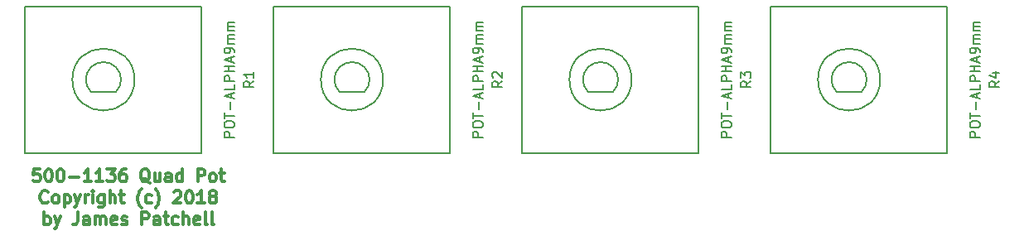
<source format=gbr>
G04 #@! TF.GenerationSoftware,KiCad,Pcbnew,(5.0.1)-3*
G04 #@! TF.CreationDate,2018-11-05T22:32:35-08:00*
G04 #@! TF.ProjectId,500-1136,3530302D313133362E6B696361645F70,rev?*
G04 #@! TF.SameCoordinates,Original*
G04 #@! TF.FileFunction,Legend,Top*
G04 #@! TF.FilePolarity,Positive*
%FSLAX46Y46*%
G04 Gerber Fmt 4.6, Leading zero omitted, Abs format (unit mm)*
G04 Created by KiCad (PCBNEW (5.0.1)-3) date 11/5/2018 10:32:35 PM*
%MOMM*%
%LPD*%
G01*
G04 APERTURE LIST*
%ADD10C,0.300000*%
%ADD11C,0.150000*%
G04 APERTURE END LIST*
D10*
X120498809Y-136799523D02*
X119894047Y-136799523D01*
X119833571Y-137404285D01*
X119894047Y-137343809D01*
X120014999Y-137283333D01*
X120317380Y-137283333D01*
X120438333Y-137343809D01*
X120498809Y-137404285D01*
X120559285Y-137525238D01*
X120559285Y-137827619D01*
X120498809Y-137948571D01*
X120438333Y-138009047D01*
X120317380Y-138069523D01*
X120014999Y-138069523D01*
X119894047Y-138009047D01*
X119833571Y-137948571D01*
X121345476Y-136799523D02*
X121466428Y-136799523D01*
X121587380Y-136860000D01*
X121647857Y-136920476D01*
X121708333Y-137041428D01*
X121768809Y-137283333D01*
X121768809Y-137585714D01*
X121708333Y-137827619D01*
X121647857Y-137948571D01*
X121587380Y-138009047D01*
X121466428Y-138069523D01*
X121345476Y-138069523D01*
X121224523Y-138009047D01*
X121164047Y-137948571D01*
X121103571Y-137827619D01*
X121043095Y-137585714D01*
X121043095Y-137283333D01*
X121103571Y-137041428D01*
X121164047Y-136920476D01*
X121224523Y-136860000D01*
X121345476Y-136799523D01*
X122554999Y-136799523D02*
X122675952Y-136799523D01*
X122796904Y-136860000D01*
X122857380Y-136920476D01*
X122917857Y-137041428D01*
X122978333Y-137283333D01*
X122978333Y-137585714D01*
X122917857Y-137827619D01*
X122857380Y-137948571D01*
X122796904Y-138009047D01*
X122675952Y-138069523D01*
X122554999Y-138069523D01*
X122434047Y-138009047D01*
X122373571Y-137948571D01*
X122313095Y-137827619D01*
X122252619Y-137585714D01*
X122252619Y-137283333D01*
X122313095Y-137041428D01*
X122373571Y-136920476D01*
X122434047Y-136860000D01*
X122554999Y-136799523D01*
X123522619Y-137585714D02*
X124490238Y-137585714D01*
X125760238Y-138069523D02*
X125034523Y-138069523D01*
X125397380Y-138069523D02*
X125397380Y-136799523D01*
X125276428Y-136980952D01*
X125155476Y-137101904D01*
X125034523Y-137162380D01*
X126969761Y-138069523D02*
X126244047Y-138069523D01*
X126606904Y-138069523D02*
X126606904Y-136799523D01*
X126485952Y-136980952D01*
X126364999Y-137101904D01*
X126244047Y-137162380D01*
X127393095Y-136799523D02*
X128179285Y-136799523D01*
X127755952Y-137283333D01*
X127937380Y-137283333D01*
X128058333Y-137343809D01*
X128118809Y-137404285D01*
X128179285Y-137525238D01*
X128179285Y-137827619D01*
X128118809Y-137948571D01*
X128058333Y-138009047D01*
X127937380Y-138069523D01*
X127574523Y-138069523D01*
X127453571Y-138009047D01*
X127393095Y-137948571D01*
X129267857Y-136799523D02*
X129025952Y-136799523D01*
X128904999Y-136860000D01*
X128844523Y-136920476D01*
X128723571Y-137101904D01*
X128663095Y-137343809D01*
X128663095Y-137827619D01*
X128723571Y-137948571D01*
X128784047Y-138009047D01*
X128904999Y-138069523D01*
X129146904Y-138069523D01*
X129267857Y-138009047D01*
X129328333Y-137948571D01*
X129388809Y-137827619D01*
X129388809Y-137525238D01*
X129328333Y-137404285D01*
X129267857Y-137343809D01*
X129146904Y-137283333D01*
X128904999Y-137283333D01*
X128784047Y-137343809D01*
X128723571Y-137404285D01*
X128663095Y-137525238D01*
X131747380Y-138190476D02*
X131626428Y-138130000D01*
X131505476Y-138009047D01*
X131324047Y-137827619D01*
X131203095Y-137767142D01*
X131082142Y-137767142D01*
X131142619Y-138069523D02*
X131021666Y-138009047D01*
X130900714Y-137888095D01*
X130840238Y-137646190D01*
X130840238Y-137222857D01*
X130900714Y-136980952D01*
X131021666Y-136860000D01*
X131142619Y-136799523D01*
X131384523Y-136799523D01*
X131505476Y-136860000D01*
X131626428Y-136980952D01*
X131686904Y-137222857D01*
X131686904Y-137646190D01*
X131626428Y-137888095D01*
X131505476Y-138009047D01*
X131384523Y-138069523D01*
X131142619Y-138069523D01*
X132775476Y-137222857D02*
X132775476Y-138069523D01*
X132231190Y-137222857D02*
X132231190Y-137888095D01*
X132291666Y-138009047D01*
X132412619Y-138069523D01*
X132594047Y-138069523D01*
X132714999Y-138009047D01*
X132775476Y-137948571D01*
X133924523Y-138069523D02*
X133924523Y-137404285D01*
X133864047Y-137283333D01*
X133743095Y-137222857D01*
X133501190Y-137222857D01*
X133380238Y-137283333D01*
X133924523Y-138009047D02*
X133803571Y-138069523D01*
X133501190Y-138069523D01*
X133380238Y-138009047D01*
X133319761Y-137888095D01*
X133319761Y-137767142D01*
X133380238Y-137646190D01*
X133501190Y-137585714D01*
X133803571Y-137585714D01*
X133924523Y-137525238D01*
X135073571Y-138069523D02*
X135073571Y-136799523D01*
X135073571Y-138009047D02*
X134952619Y-138069523D01*
X134710714Y-138069523D01*
X134589761Y-138009047D01*
X134529285Y-137948571D01*
X134468809Y-137827619D01*
X134468809Y-137464761D01*
X134529285Y-137343809D01*
X134589761Y-137283333D01*
X134710714Y-137222857D01*
X134952619Y-137222857D01*
X135073571Y-137283333D01*
X136645952Y-138069523D02*
X136645952Y-136799523D01*
X137129761Y-136799523D01*
X137250714Y-136860000D01*
X137311190Y-136920476D01*
X137371666Y-137041428D01*
X137371666Y-137222857D01*
X137311190Y-137343809D01*
X137250714Y-137404285D01*
X137129761Y-137464761D01*
X136645952Y-137464761D01*
X138097380Y-138069523D02*
X137976428Y-138009047D01*
X137915952Y-137948571D01*
X137855476Y-137827619D01*
X137855476Y-137464761D01*
X137915952Y-137343809D01*
X137976428Y-137283333D01*
X138097380Y-137222857D01*
X138278809Y-137222857D01*
X138399761Y-137283333D01*
X138460238Y-137343809D01*
X138520714Y-137464761D01*
X138520714Y-137827619D01*
X138460238Y-137948571D01*
X138399761Y-138009047D01*
X138278809Y-138069523D01*
X138097380Y-138069523D01*
X138883571Y-137222857D02*
X139367380Y-137222857D01*
X139065000Y-136799523D02*
X139065000Y-137888095D01*
X139125476Y-138009047D01*
X139246428Y-138069523D01*
X139367380Y-138069523D01*
X121315238Y-140153571D02*
X121254761Y-140214047D01*
X121073333Y-140274523D01*
X120952380Y-140274523D01*
X120770952Y-140214047D01*
X120650000Y-140093095D01*
X120589523Y-139972142D01*
X120529047Y-139730238D01*
X120529047Y-139548809D01*
X120589523Y-139306904D01*
X120650000Y-139185952D01*
X120770952Y-139065000D01*
X120952380Y-139004523D01*
X121073333Y-139004523D01*
X121254761Y-139065000D01*
X121315238Y-139125476D01*
X122040952Y-140274523D02*
X121920000Y-140214047D01*
X121859523Y-140153571D01*
X121799047Y-140032619D01*
X121799047Y-139669761D01*
X121859523Y-139548809D01*
X121920000Y-139488333D01*
X122040952Y-139427857D01*
X122222380Y-139427857D01*
X122343333Y-139488333D01*
X122403809Y-139548809D01*
X122464285Y-139669761D01*
X122464285Y-140032619D01*
X122403809Y-140153571D01*
X122343333Y-140214047D01*
X122222380Y-140274523D01*
X122040952Y-140274523D01*
X123008571Y-139427857D02*
X123008571Y-140697857D01*
X123008571Y-139488333D02*
X123129523Y-139427857D01*
X123371428Y-139427857D01*
X123492380Y-139488333D01*
X123552857Y-139548809D01*
X123613333Y-139669761D01*
X123613333Y-140032619D01*
X123552857Y-140153571D01*
X123492380Y-140214047D01*
X123371428Y-140274523D01*
X123129523Y-140274523D01*
X123008571Y-140214047D01*
X124036666Y-139427857D02*
X124339047Y-140274523D01*
X124641428Y-139427857D02*
X124339047Y-140274523D01*
X124218095Y-140576904D01*
X124157619Y-140637380D01*
X124036666Y-140697857D01*
X125125238Y-140274523D02*
X125125238Y-139427857D01*
X125125238Y-139669761D02*
X125185714Y-139548809D01*
X125246190Y-139488333D01*
X125367142Y-139427857D01*
X125488095Y-139427857D01*
X125911428Y-140274523D02*
X125911428Y-139427857D01*
X125911428Y-139004523D02*
X125850952Y-139065000D01*
X125911428Y-139125476D01*
X125971904Y-139065000D01*
X125911428Y-139004523D01*
X125911428Y-139125476D01*
X127060476Y-139427857D02*
X127060476Y-140455952D01*
X127000000Y-140576904D01*
X126939523Y-140637380D01*
X126818571Y-140697857D01*
X126637142Y-140697857D01*
X126516190Y-140637380D01*
X127060476Y-140214047D02*
X126939523Y-140274523D01*
X126697619Y-140274523D01*
X126576666Y-140214047D01*
X126516190Y-140153571D01*
X126455714Y-140032619D01*
X126455714Y-139669761D01*
X126516190Y-139548809D01*
X126576666Y-139488333D01*
X126697619Y-139427857D01*
X126939523Y-139427857D01*
X127060476Y-139488333D01*
X127665238Y-140274523D02*
X127665238Y-139004523D01*
X128209523Y-140274523D02*
X128209523Y-139609285D01*
X128149047Y-139488333D01*
X128028095Y-139427857D01*
X127846666Y-139427857D01*
X127725714Y-139488333D01*
X127665238Y-139548809D01*
X128632857Y-139427857D02*
X129116666Y-139427857D01*
X128814285Y-139004523D02*
X128814285Y-140093095D01*
X128874761Y-140214047D01*
X128995714Y-140274523D01*
X129116666Y-140274523D01*
X130870476Y-140758333D02*
X130810000Y-140697857D01*
X130689047Y-140516428D01*
X130628571Y-140395476D01*
X130568095Y-140214047D01*
X130507619Y-139911666D01*
X130507619Y-139669761D01*
X130568095Y-139367380D01*
X130628571Y-139185952D01*
X130689047Y-139065000D01*
X130810000Y-138883571D01*
X130870476Y-138823095D01*
X131898571Y-140214047D02*
X131777619Y-140274523D01*
X131535714Y-140274523D01*
X131414761Y-140214047D01*
X131354285Y-140153571D01*
X131293809Y-140032619D01*
X131293809Y-139669761D01*
X131354285Y-139548809D01*
X131414761Y-139488333D01*
X131535714Y-139427857D01*
X131777619Y-139427857D01*
X131898571Y-139488333D01*
X132321904Y-140758333D02*
X132382380Y-140697857D01*
X132503333Y-140516428D01*
X132563809Y-140395476D01*
X132624285Y-140214047D01*
X132684761Y-139911666D01*
X132684761Y-139669761D01*
X132624285Y-139367380D01*
X132563809Y-139185952D01*
X132503333Y-139065000D01*
X132382380Y-138883571D01*
X132321904Y-138823095D01*
X134196666Y-139125476D02*
X134257142Y-139065000D01*
X134378095Y-139004523D01*
X134680476Y-139004523D01*
X134801428Y-139065000D01*
X134861904Y-139125476D01*
X134922380Y-139246428D01*
X134922380Y-139367380D01*
X134861904Y-139548809D01*
X134136190Y-140274523D01*
X134922380Y-140274523D01*
X135708571Y-139004523D02*
X135829523Y-139004523D01*
X135950476Y-139065000D01*
X136010952Y-139125476D01*
X136071428Y-139246428D01*
X136131904Y-139488333D01*
X136131904Y-139790714D01*
X136071428Y-140032619D01*
X136010952Y-140153571D01*
X135950476Y-140214047D01*
X135829523Y-140274523D01*
X135708571Y-140274523D01*
X135587619Y-140214047D01*
X135527142Y-140153571D01*
X135466666Y-140032619D01*
X135406190Y-139790714D01*
X135406190Y-139488333D01*
X135466666Y-139246428D01*
X135527142Y-139125476D01*
X135587619Y-139065000D01*
X135708571Y-139004523D01*
X137341428Y-140274523D02*
X136615714Y-140274523D01*
X136978571Y-140274523D02*
X136978571Y-139004523D01*
X136857619Y-139185952D01*
X136736666Y-139306904D01*
X136615714Y-139367380D01*
X138067142Y-139548809D02*
X137946190Y-139488333D01*
X137885714Y-139427857D01*
X137825238Y-139306904D01*
X137825238Y-139246428D01*
X137885714Y-139125476D01*
X137946190Y-139065000D01*
X138067142Y-139004523D01*
X138309047Y-139004523D01*
X138430000Y-139065000D01*
X138490476Y-139125476D01*
X138550952Y-139246428D01*
X138550952Y-139306904D01*
X138490476Y-139427857D01*
X138430000Y-139488333D01*
X138309047Y-139548809D01*
X138067142Y-139548809D01*
X137946190Y-139609285D01*
X137885714Y-139669761D01*
X137825238Y-139790714D01*
X137825238Y-140032619D01*
X137885714Y-140153571D01*
X137946190Y-140214047D01*
X138067142Y-140274523D01*
X138309047Y-140274523D01*
X138430000Y-140214047D01*
X138490476Y-140153571D01*
X138550952Y-140032619D01*
X138550952Y-139790714D01*
X138490476Y-139669761D01*
X138430000Y-139609285D01*
X138309047Y-139548809D01*
X120952380Y-142479523D02*
X120952380Y-141209523D01*
X120952380Y-141693333D02*
X121073333Y-141632857D01*
X121315238Y-141632857D01*
X121436190Y-141693333D01*
X121496666Y-141753809D01*
X121557142Y-141874761D01*
X121557142Y-142237619D01*
X121496666Y-142358571D01*
X121436190Y-142419047D01*
X121315238Y-142479523D01*
X121073333Y-142479523D01*
X120952380Y-142419047D01*
X121980476Y-141632857D02*
X122282857Y-142479523D01*
X122585238Y-141632857D02*
X122282857Y-142479523D01*
X122161904Y-142781904D01*
X122101428Y-142842380D01*
X121980476Y-142902857D01*
X124399523Y-141209523D02*
X124399523Y-142116666D01*
X124339047Y-142298095D01*
X124218095Y-142419047D01*
X124036666Y-142479523D01*
X123915714Y-142479523D01*
X125548571Y-142479523D02*
X125548571Y-141814285D01*
X125488095Y-141693333D01*
X125367142Y-141632857D01*
X125125238Y-141632857D01*
X125004285Y-141693333D01*
X125548571Y-142419047D02*
X125427619Y-142479523D01*
X125125238Y-142479523D01*
X125004285Y-142419047D01*
X124943809Y-142298095D01*
X124943809Y-142177142D01*
X125004285Y-142056190D01*
X125125238Y-141995714D01*
X125427619Y-141995714D01*
X125548571Y-141935238D01*
X126153333Y-142479523D02*
X126153333Y-141632857D01*
X126153333Y-141753809D02*
X126213809Y-141693333D01*
X126334761Y-141632857D01*
X126516190Y-141632857D01*
X126637142Y-141693333D01*
X126697619Y-141814285D01*
X126697619Y-142479523D01*
X126697619Y-141814285D02*
X126758095Y-141693333D01*
X126879047Y-141632857D01*
X127060476Y-141632857D01*
X127181428Y-141693333D01*
X127241904Y-141814285D01*
X127241904Y-142479523D01*
X128330476Y-142419047D02*
X128209523Y-142479523D01*
X127967619Y-142479523D01*
X127846666Y-142419047D01*
X127786190Y-142298095D01*
X127786190Y-141814285D01*
X127846666Y-141693333D01*
X127967619Y-141632857D01*
X128209523Y-141632857D01*
X128330476Y-141693333D01*
X128390952Y-141814285D01*
X128390952Y-141935238D01*
X127786190Y-142056190D01*
X128874761Y-142419047D02*
X128995714Y-142479523D01*
X129237619Y-142479523D01*
X129358571Y-142419047D01*
X129419047Y-142298095D01*
X129419047Y-142237619D01*
X129358571Y-142116666D01*
X129237619Y-142056190D01*
X129056190Y-142056190D01*
X128935238Y-141995714D01*
X128874761Y-141874761D01*
X128874761Y-141814285D01*
X128935238Y-141693333D01*
X129056190Y-141632857D01*
X129237619Y-141632857D01*
X129358571Y-141693333D01*
X130930952Y-142479523D02*
X130930952Y-141209523D01*
X131414761Y-141209523D01*
X131535714Y-141270000D01*
X131596190Y-141330476D01*
X131656666Y-141451428D01*
X131656666Y-141632857D01*
X131596190Y-141753809D01*
X131535714Y-141814285D01*
X131414761Y-141874761D01*
X130930952Y-141874761D01*
X132745238Y-142479523D02*
X132745238Y-141814285D01*
X132684761Y-141693333D01*
X132563809Y-141632857D01*
X132321904Y-141632857D01*
X132200952Y-141693333D01*
X132745238Y-142419047D02*
X132624285Y-142479523D01*
X132321904Y-142479523D01*
X132200952Y-142419047D01*
X132140476Y-142298095D01*
X132140476Y-142177142D01*
X132200952Y-142056190D01*
X132321904Y-141995714D01*
X132624285Y-141995714D01*
X132745238Y-141935238D01*
X133168571Y-141632857D02*
X133652380Y-141632857D01*
X133350000Y-141209523D02*
X133350000Y-142298095D01*
X133410476Y-142419047D01*
X133531428Y-142479523D01*
X133652380Y-142479523D01*
X134620000Y-142419047D02*
X134499047Y-142479523D01*
X134257142Y-142479523D01*
X134136190Y-142419047D01*
X134075714Y-142358571D01*
X134015238Y-142237619D01*
X134015238Y-141874761D01*
X134075714Y-141753809D01*
X134136190Y-141693333D01*
X134257142Y-141632857D01*
X134499047Y-141632857D01*
X134620000Y-141693333D01*
X135164285Y-142479523D02*
X135164285Y-141209523D01*
X135708571Y-142479523D02*
X135708571Y-141814285D01*
X135648095Y-141693333D01*
X135527142Y-141632857D01*
X135345714Y-141632857D01*
X135224761Y-141693333D01*
X135164285Y-141753809D01*
X136797142Y-142419047D02*
X136676190Y-142479523D01*
X136434285Y-142479523D01*
X136313333Y-142419047D01*
X136252857Y-142298095D01*
X136252857Y-141814285D01*
X136313333Y-141693333D01*
X136434285Y-141632857D01*
X136676190Y-141632857D01*
X136797142Y-141693333D01*
X136857619Y-141814285D01*
X136857619Y-141935238D01*
X136252857Y-142056190D01*
X137583333Y-142479523D02*
X137462380Y-142419047D01*
X137401904Y-142298095D01*
X137401904Y-141209523D01*
X138248571Y-142479523D02*
X138127619Y-142419047D01*
X138067142Y-142298095D01*
X138067142Y-141209523D01*
D11*
G04 #@! TO.C,R1*
X128270000Y-128905000D02*
G75*
G03X128270000Y-126365000I-1270000J1270000D01*
G01*
X128270000Y-126365000D02*
G75*
G03X125730000Y-126365000I-1270000J-1270000D01*
G01*
X125730000Y-126365000D02*
G75*
G03X125730000Y-128905000I1270000J-1270000D01*
G01*
X125730000Y-128905000D02*
X128270000Y-128905000D01*
X130175000Y-127635000D02*
G75*
G03X130175000Y-127635000I-3175000J0D01*
G01*
X137000000Y-135135000D02*
X137000000Y-120135000D01*
X137000000Y-120135000D02*
X119000000Y-120135000D01*
X119000000Y-120135000D02*
X119000000Y-135135000D01*
X119000000Y-135135000D02*
X137000000Y-135135000D01*
G04 #@! TO.C,R2*
X144400000Y-135135000D02*
X162400000Y-135135000D01*
X144400000Y-120135000D02*
X144400000Y-135135000D01*
X162400000Y-120135000D02*
X144400000Y-120135000D01*
X162400000Y-135135000D02*
X162400000Y-120135000D01*
X155575000Y-127635000D02*
G75*
G03X155575000Y-127635000I-3175000J0D01*
G01*
X151130000Y-128905000D02*
X153670000Y-128905000D01*
X151130000Y-126365000D02*
G75*
G03X151130000Y-128905000I1270000J-1270000D01*
G01*
X153670000Y-126365000D02*
G75*
G03X151130000Y-126365000I-1270000J-1270000D01*
G01*
X153670000Y-128905000D02*
G75*
G03X153670000Y-126365000I-1270000J1270000D01*
G01*
G04 #@! TO.C,R3*
X179070000Y-128905000D02*
G75*
G03X179070000Y-126365000I-1270000J1270000D01*
G01*
X179070000Y-126365000D02*
G75*
G03X176530000Y-126365000I-1270000J-1270000D01*
G01*
X176530000Y-126365000D02*
G75*
G03X176530000Y-128905000I1270000J-1270000D01*
G01*
X176530000Y-128905000D02*
X179070000Y-128905000D01*
X180975000Y-127635000D02*
G75*
G03X180975000Y-127635000I-3175000J0D01*
G01*
X187800000Y-135135000D02*
X187800000Y-120135000D01*
X187800000Y-120135000D02*
X169800000Y-120135000D01*
X169800000Y-120135000D02*
X169800000Y-135135000D01*
X169800000Y-135135000D02*
X187800000Y-135135000D01*
G04 #@! TO.C,R4*
X195200000Y-135135000D02*
X213200000Y-135135000D01*
X195200000Y-120135000D02*
X195200000Y-135135000D01*
X213200000Y-120135000D02*
X195200000Y-120135000D01*
X213200000Y-135135000D02*
X213200000Y-120135000D01*
X206375000Y-127635000D02*
G75*
G03X206375000Y-127635000I-3175000J0D01*
G01*
X201930000Y-128905000D02*
X204470000Y-128905000D01*
X201930000Y-126365000D02*
G75*
G03X201930000Y-128905000I1270000J-1270000D01*
G01*
X204470000Y-126365000D02*
G75*
G03X201930000Y-126365000I-1270000J-1270000D01*
G01*
X204470000Y-128905000D02*
G75*
G03X204470000Y-126365000I-1270000J1270000D01*
G01*
G04 #@! TO.C,R1*
X142352380Y-127801666D02*
X141876190Y-128135000D01*
X142352380Y-128373095D02*
X141352380Y-128373095D01*
X141352380Y-127992142D01*
X141400000Y-127896904D01*
X141447619Y-127849285D01*
X141542857Y-127801666D01*
X141685714Y-127801666D01*
X141780952Y-127849285D01*
X141828571Y-127896904D01*
X141876190Y-127992142D01*
X141876190Y-128373095D01*
X142352380Y-126849285D02*
X142352380Y-127420714D01*
X142352380Y-127135000D02*
X141352380Y-127135000D01*
X141495238Y-127230238D01*
X141590476Y-127325476D01*
X141638095Y-127420714D01*
X140352380Y-133515952D02*
X139352380Y-133515952D01*
X139352380Y-133135000D01*
X139400000Y-133039761D01*
X139447619Y-132992142D01*
X139542857Y-132944523D01*
X139685714Y-132944523D01*
X139780952Y-132992142D01*
X139828571Y-133039761D01*
X139876190Y-133135000D01*
X139876190Y-133515952D01*
X139352380Y-132325476D02*
X139352380Y-132135000D01*
X139400000Y-132039761D01*
X139495238Y-131944523D01*
X139685714Y-131896904D01*
X140019047Y-131896904D01*
X140209523Y-131944523D01*
X140304761Y-132039761D01*
X140352380Y-132135000D01*
X140352380Y-132325476D01*
X140304761Y-132420714D01*
X140209523Y-132515952D01*
X140019047Y-132563571D01*
X139685714Y-132563571D01*
X139495238Y-132515952D01*
X139400000Y-132420714D01*
X139352380Y-132325476D01*
X139352380Y-131611190D02*
X139352380Y-131039761D01*
X140352380Y-131325476D02*
X139352380Y-131325476D01*
X139971428Y-130706428D02*
X139971428Y-129944523D01*
X140066666Y-129515952D02*
X140066666Y-129039761D01*
X140352380Y-129611190D02*
X139352380Y-129277857D01*
X140352380Y-128944523D01*
X140352380Y-128135000D02*
X140352380Y-128611190D01*
X139352380Y-128611190D01*
X140352380Y-127801666D02*
X139352380Y-127801666D01*
X139352380Y-127420714D01*
X139400000Y-127325476D01*
X139447619Y-127277857D01*
X139542857Y-127230238D01*
X139685714Y-127230238D01*
X139780952Y-127277857D01*
X139828571Y-127325476D01*
X139876190Y-127420714D01*
X139876190Y-127801666D01*
X140352380Y-126801666D02*
X139352380Y-126801666D01*
X139828571Y-126801666D02*
X139828571Y-126230238D01*
X140352380Y-126230238D02*
X139352380Y-126230238D01*
X140066666Y-125801666D02*
X140066666Y-125325476D01*
X140352380Y-125896904D02*
X139352380Y-125563571D01*
X140352380Y-125230238D01*
X140352380Y-124849285D02*
X140352380Y-124658809D01*
X140304761Y-124563571D01*
X140257142Y-124515952D01*
X140114285Y-124420714D01*
X139923809Y-124373095D01*
X139542857Y-124373095D01*
X139447619Y-124420714D01*
X139400000Y-124468333D01*
X139352380Y-124563571D01*
X139352380Y-124754047D01*
X139400000Y-124849285D01*
X139447619Y-124896904D01*
X139542857Y-124944523D01*
X139780952Y-124944523D01*
X139876190Y-124896904D01*
X139923809Y-124849285D01*
X139971428Y-124754047D01*
X139971428Y-124563571D01*
X139923809Y-124468333D01*
X139876190Y-124420714D01*
X139780952Y-124373095D01*
X140352380Y-123944523D02*
X139685714Y-123944523D01*
X139780952Y-123944523D02*
X139733333Y-123896904D01*
X139685714Y-123801666D01*
X139685714Y-123658809D01*
X139733333Y-123563571D01*
X139828571Y-123515952D01*
X140352380Y-123515952D01*
X139828571Y-123515952D02*
X139733333Y-123468333D01*
X139685714Y-123373095D01*
X139685714Y-123230238D01*
X139733333Y-123135000D01*
X139828571Y-123087380D01*
X140352380Y-123087380D01*
X140352380Y-122611190D02*
X139685714Y-122611190D01*
X139780952Y-122611190D02*
X139733333Y-122563571D01*
X139685714Y-122468333D01*
X139685714Y-122325476D01*
X139733333Y-122230238D01*
X139828571Y-122182619D01*
X140352380Y-122182619D01*
X139828571Y-122182619D02*
X139733333Y-122135000D01*
X139685714Y-122039761D01*
X139685714Y-121896904D01*
X139733333Y-121801666D01*
X139828571Y-121754047D01*
X140352380Y-121754047D01*
G04 #@! TO.C,R2*
X167752380Y-127801666D02*
X167276190Y-128135000D01*
X167752380Y-128373095D02*
X166752380Y-128373095D01*
X166752380Y-127992142D01*
X166800000Y-127896904D01*
X166847619Y-127849285D01*
X166942857Y-127801666D01*
X167085714Y-127801666D01*
X167180952Y-127849285D01*
X167228571Y-127896904D01*
X167276190Y-127992142D01*
X167276190Y-128373095D01*
X166847619Y-127420714D02*
X166800000Y-127373095D01*
X166752380Y-127277857D01*
X166752380Y-127039761D01*
X166800000Y-126944523D01*
X166847619Y-126896904D01*
X166942857Y-126849285D01*
X167038095Y-126849285D01*
X167180952Y-126896904D01*
X167752380Y-127468333D01*
X167752380Y-126849285D01*
X165752380Y-133515952D02*
X164752380Y-133515952D01*
X164752380Y-133135000D01*
X164800000Y-133039761D01*
X164847619Y-132992142D01*
X164942857Y-132944523D01*
X165085714Y-132944523D01*
X165180952Y-132992142D01*
X165228571Y-133039761D01*
X165276190Y-133135000D01*
X165276190Y-133515952D01*
X164752380Y-132325476D02*
X164752380Y-132135000D01*
X164800000Y-132039761D01*
X164895238Y-131944523D01*
X165085714Y-131896904D01*
X165419047Y-131896904D01*
X165609523Y-131944523D01*
X165704761Y-132039761D01*
X165752380Y-132135000D01*
X165752380Y-132325476D01*
X165704761Y-132420714D01*
X165609523Y-132515952D01*
X165419047Y-132563571D01*
X165085714Y-132563571D01*
X164895238Y-132515952D01*
X164800000Y-132420714D01*
X164752380Y-132325476D01*
X164752380Y-131611190D02*
X164752380Y-131039761D01*
X165752380Y-131325476D02*
X164752380Y-131325476D01*
X165371428Y-130706428D02*
X165371428Y-129944523D01*
X165466666Y-129515952D02*
X165466666Y-129039761D01*
X165752380Y-129611190D02*
X164752380Y-129277857D01*
X165752380Y-128944523D01*
X165752380Y-128135000D02*
X165752380Y-128611190D01*
X164752380Y-128611190D01*
X165752380Y-127801666D02*
X164752380Y-127801666D01*
X164752380Y-127420714D01*
X164800000Y-127325476D01*
X164847619Y-127277857D01*
X164942857Y-127230238D01*
X165085714Y-127230238D01*
X165180952Y-127277857D01*
X165228571Y-127325476D01*
X165276190Y-127420714D01*
X165276190Y-127801666D01*
X165752380Y-126801666D02*
X164752380Y-126801666D01*
X165228571Y-126801666D02*
X165228571Y-126230238D01*
X165752380Y-126230238D02*
X164752380Y-126230238D01*
X165466666Y-125801666D02*
X165466666Y-125325476D01*
X165752380Y-125896904D02*
X164752380Y-125563571D01*
X165752380Y-125230238D01*
X165752380Y-124849285D02*
X165752380Y-124658809D01*
X165704761Y-124563571D01*
X165657142Y-124515952D01*
X165514285Y-124420714D01*
X165323809Y-124373095D01*
X164942857Y-124373095D01*
X164847619Y-124420714D01*
X164800000Y-124468333D01*
X164752380Y-124563571D01*
X164752380Y-124754047D01*
X164800000Y-124849285D01*
X164847619Y-124896904D01*
X164942857Y-124944523D01*
X165180952Y-124944523D01*
X165276190Y-124896904D01*
X165323809Y-124849285D01*
X165371428Y-124754047D01*
X165371428Y-124563571D01*
X165323809Y-124468333D01*
X165276190Y-124420714D01*
X165180952Y-124373095D01*
X165752380Y-123944523D02*
X165085714Y-123944523D01*
X165180952Y-123944523D02*
X165133333Y-123896904D01*
X165085714Y-123801666D01*
X165085714Y-123658809D01*
X165133333Y-123563571D01*
X165228571Y-123515952D01*
X165752380Y-123515952D01*
X165228571Y-123515952D02*
X165133333Y-123468333D01*
X165085714Y-123373095D01*
X165085714Y-123230238D01*
X165133333Y-123135000D01*
X165228571Y-123087380D01*
X165752380Y-123087380D01*
X165752380Y-122611190D02*
X165085714Y-122611190D01*
X165180952Y-122611190D02*
X165133333Y-122563571D01*
X165085714Y-122468333D01*
X165085714Y-122325476D01*
X165133333Y-122230238D01*
X165228571Y-122182619D01*
X165752380Y-122182619D01*
X165228571Y-122182619D02*
X165133333Y-122135000D01*
X165085714Y-122039761D01*
X165085714Y-121896904D01*
X165133333Y-121801666D01*
X165228571Y-121754047D01*
X165752380Y-121754047D01*
G04 #@! TO.C,R3*
X193152380Y-127801666D02*
X192676190Y-128135000D01*
X193152380Y-128373095D02*
X192152380Y-128373095D01*
X192152380Y-127992142D01*
X192200000Y-127896904D01*
X192247619Y-127849285D01*
X192342857Y-127801666D01*
X192485714Y-127801666D01*
X192580952Y-127849285D01*
X192628571Y-127896904D01*
X192676190Y-127992142D01*
X192676190Y-128373095D01*
X192152380Y-127468333D02*
X192152380Y-126849285D01*
X192533333Y-127182619D01*
X192533333Y-127039761D01*
X192580952Y-126944523D01*
X192628571Y-126896904D01*
X192723809Y-126849285D01*
X192961904Y-126849285D01*
X193057142Y-126896904D01*
X193104761Y-126944523D01*
X193152380Y-127039761D01*
X193152380Y-127325476D01*
X193104761Y-127420714D01*
X193057142Y-127468333D01*
X191152380Y-133515952D02*
X190152380Y-133515952D01*
X190152380Y-133135000D01*
X190200000Y-133039761D01*
X190247619Y-132992142D01*
X190342857Y-132944523D01*
X190485714Y-132944523D01*
X190580952Y-132992142D01*
X190628571Y-133039761D01*
X190676190Y-133135000D01*
X190676190Y-133515952D01*
X190152380Y-132325476D02*
X190152380Y-132135000D01*
X190200000Y-132039761D01*
X190295238Y-131944523D01*
X190485714Y-131896904D01*
X190819047Y-131896904D01*
X191009523Y-131944523D01*
X191104761Y-132039761D01*
X191152380Y-132135000D01*
X191152380Y-132325476D01*
X191104761Y-132420714D01*
X191009523Y-132515952D01*
X190819047Y-132563571D01*
X190485714Y-132563571D01*
X190295238Y-132515952D01*
X190200000Y-132420714D01*
X190152380Y-132325476D01*
X190152380Y-131611190D02*
X190152380Y-131039761D01*
X191152380Y-131325476D02*
X190152380Y-131325476D01*
X190771428Y-130706428D02*
X190771428Y-129944523D01*
X190866666Y-129515952D02*
X190866666Y-129039761D01*
X191152380Y-129611190D02*
X190152380Y-129277857D01*
X191152380Y-128944523D01*
X191152380Y-128135000D02*
X191152380Y-128611190D01*
X190152380Y-128611190D01*
X191152380Y-127801666D02*
X190152380Y-127801666D01*
X190152380Y-127420714D01*
X190200000Y-127325476D01*
X190247619Y-127277857D01*
X190342857Y-127230238D01*
X190485714Y-127230238D01*
X190580952Y-127277857D01*
X190628571Y-127325476D01*
X190676190Y-127420714D01*
X190676190Y-127801666D01*
X191152380Y-126801666D02*
X190152380Y-126801666D01*
X190628571Y-126801666D02*
X190628571Y-126230238D01*
X191152380Y-126230238D02*
X190152380Y-126230238D01*
X190866666Y-125801666D02*
X190866666Y-125325476D01*
X191152380Y-125896904D02*
X190152380Y-125563571D01*
X191152380Y-125230238D01*
X191152380Y-124849285D02*
X191152380Y-124658809D01*
X191104761Y-124563571D01*
X191057142Y-124515952D01*
X190914285Y-124420714D01*
X190723809Y-124373095D01*
X190342857Y-124373095D01*
X190247619Y-124420714D01*
X190200000Y-124468333D01*
X190152380Y-124563571D01*
X190152380Y-124754047D01*
X190200000Y-124849285D01*
X190247619Y-124896904D01*
X190342857Y-124944523D01*
X190580952Y-124944523D01*
X190676190Y-124896904D01*
X190723809Y-124849285D01*
X190771428Y-124754047D01*
X190771428Y-124563571D01*
X190723809Y-124468333D01*
X190676190Y-124420714D01*
X190580952Y-124373095D01*
X191152380Y-123944523D02*
X190485714Y-123944523D01*
X190580952Y-123944523D02*
X190533333Y-123896904D01*
X190485714Y-123801666D01*
X190485714Y-123658809D01*
X190533333Y-123563571D01*
X190628571Y-123515952D01*
X191152380Y-123515952D01*
X190628571Y-123515952D02*
X190533333Y-123468333D01*
X190485714Y-123373095D01*
X190485714Y-123230238D01*
X190533333Y-123135000D01*
X190628571Y-123087380D01*
X191152380Y-123087380D01*
X191152380Y-122611190D02*
X190485714Y-122611190D01*
X190580952Y-122611190D02*
X190533333Y-122563571D01*
X190485714Y-122468333D01*
X190485714Y-122325476D01*
X190533333Y-122230238D01*
X190628571Y-122182619D01*
X191152380Y-122182619D01*
X190628571Y-122182619D02*
X190533333Y-122135000D01*
X190485714Y-122039761D01*
X190485714Y-121896904D01*
X190533333Y-121801666D01*
X190628571Y-121754047D01*
X191152380Y-121754047D01*
G04 #@! TO.C,R4*
X218552380Y-127801666D02*
X218076190Y-128135000D01*
X218552380Y-128373095D02*
X217552380Y-128373095D01*
X217552380Y-127992142D01*
X217600000Y-127896904D01*
X217647619Y-127849285D01*
X217742857Y-127801666D01*
X217885714Y-127801666D01*
X217980952Y-127849285D01*
X218028571Y-127896904D01*
X218076190Y-127992142D01*
X218076190Y-128373095D01*
X217885714Y-126944523D02*
X218552380Y-126944523D01*
X217504761Y-127182619D02*
X218219047Y-127420714D01*
X218219047Y-126801666D01*
X216552380Y-133515952D02*
X215552380Y-133515952D01*
X215552380Y-133135000D01*
X215600000Y-133039761D01*
X215647619Y-132992142D01*
X215742857Y-132944523D01*
X215885714Y-132944523D01*
X215980952Y-132992142D01*
X216028571Y-133039761D01*
X216076190Y-133135000D01*
X216076190Y-133515952D01*
X215552380Y-132325476D02*
X215552380Y-132135000D01*
X215600000Y-132039761D01*
X215695238Y-131944523D01*
X215885714Y-131896904D01*
X216219047Y-131896904D01*
X216409523Y-131944523D01*
X216504761Y-132039761D01*
X216552380Y-132135000D01*
X216552380Y-132325476D01*
X216504761Y-132420714D01*
X216409523Y-132515952D01*
X216219047Y-132563571D01*
X215885714Y-132563571D01*
X215695238Y-132515952D01*
X215600000Y-132420714D01*
X215552380Y-132325476D01*
X215552380Y-131611190D02*
X215552380Y-131039761D01*
X216552380Y-131325476D02*
X215552380Y-131325476D01*
X216171428Y-130706428D02*
X216171428Y-129944523D01*
X216266666Y-129515952D02*
X216266666Y-129039761D01*
X216552380Y-129611190D02*
X215552380Y-129277857D01*
X216552380Y-128944523D01*
X216552380Y-128135000D02*
X216552380Y-128611190D01*
X215552380Y-128611190D01*
X216552380Y-127801666D02*
X215552380Y-127801666D01*
X215552380Y-127420714D01*
X215600000Y-127325476D01*
X215647619Y-127277857D01*
X215742857Y-127230238D01*
X215885714Y-127230238D01*
X215980952Y-127277857D01*
X216028571Y-127325476D01*
X216076190Y-127420714D01*
X216076190Y-127801666D01*
X216552380Y-126801666D02*
X215552380Y-126801666D01*
X216028571Y-126801666D02*
X216028571Y-126230238D01*
X216552380Y-126230238D02*
X215552380Y-126230238D01*
X216266666Y-125801666D02*
X216266666Y-125325476D01*
X216552380Y-125896904D02*
X215552380Y-125563571D01*
X216552380Y-125230238D01*
X216552380Y-124849285D02*
X216552380Y-124658809D01*
X216504761Y-124563571D01*
X216457142Y-124515952D01*
X216314285Y-124420714D01*
X216123809Y-124373095D01*
X215742857Y-124373095D01*
X215647619Y-124420714D01*
X215600000Y-124468333D01*
X215552380Y-124563571D01*
X215552380Y-124754047D01*
X215600000Y-124849285D01*
X215647619Y-124896904D01*
X215742857Y-124944523D01*
X215980952Y-124944523D01*
X216076190Y-124896904D01*
X216123809Y-124849285D01*
X216171428Y-124754047D01*
X216171428Y-124563571D01*
X216123809Y-124468333D01*
X216076190Y-124420714D01*
X215980952Y-124373095D01*
X216552380Y-123944523D02*
X215885714Y-123944523D01*
X215980952Y-123944523D02*
X215933333Y-123896904D01*
X215885714Y-123801666D01*
X215885714Y-123658809D01*
X215933333Y-123563571D01*
X216028571Y-123515952D01*
X216552380Y-123515952D01*
X216028571Y-123515952D02*
X215933333Y-123468333D01*
X215885714Y-123373095D01*
X215885714Y-123230238D01*
X215933333Y-123135000D01*
X216028571Y-123087380D01*
X216552380Y-123087380D01*
X216552380Y-122611190D02*
X215885714Y-122611190D01*
X215980952Y-122611190D02*
X215933333Y-122563571D01*
X215885714Y-122468333D01*
X215885714Y-122325476D01*
X215933333Y-122230238D01*
X216028571Y-122182619D01*
X216552380Y-122182619D01*
X216028571Y-122182619D02*
X215933333Y-122135000D01*
X215885714Y-122039761D01*
X215885714Y-121896904D01*
X215933333Y-121801666D01*
X216028571Y-121754047D01*
X216552380Y-121754047D01*
G04 #@! TD*
M02*

</source>
